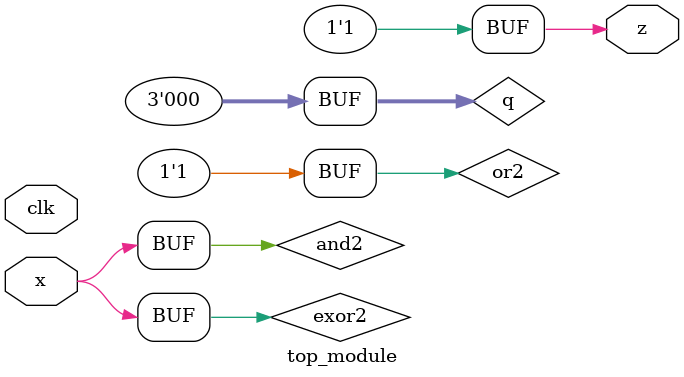
<source format=v>
module d_ff(
	input	wire	clk,d,//set,clr,
    output	reg		q//,qbar
);

    always@(posedge clk) begin
        q<=d;
    end
    
endmodule
        
module top_module (
    input clk,
    input x,
    output z
); 

    wire			exor2,and2,or2;
    reg		[2:0]	q = 3'b000;
    
    assign exor2 = q[0]^x;
    assign and2 = (~q[1])&x;
    assign or2 = (~q[2])|x;
    assign z = ~(|q);
    
    d_ff	u0(.clk(clk), .d(exor2), /*.set(), .clr(),*/ .q(q[0]));
    d_ff	u1(.clk(clk), .d(and2), /*.set(), .clr(),*/ .q(q[1]));
    d_ff	u2(.clk(clk), .d(or2), /*.set(), .clr(),*/ .q(q[2]));
    
endmodule
</source>
